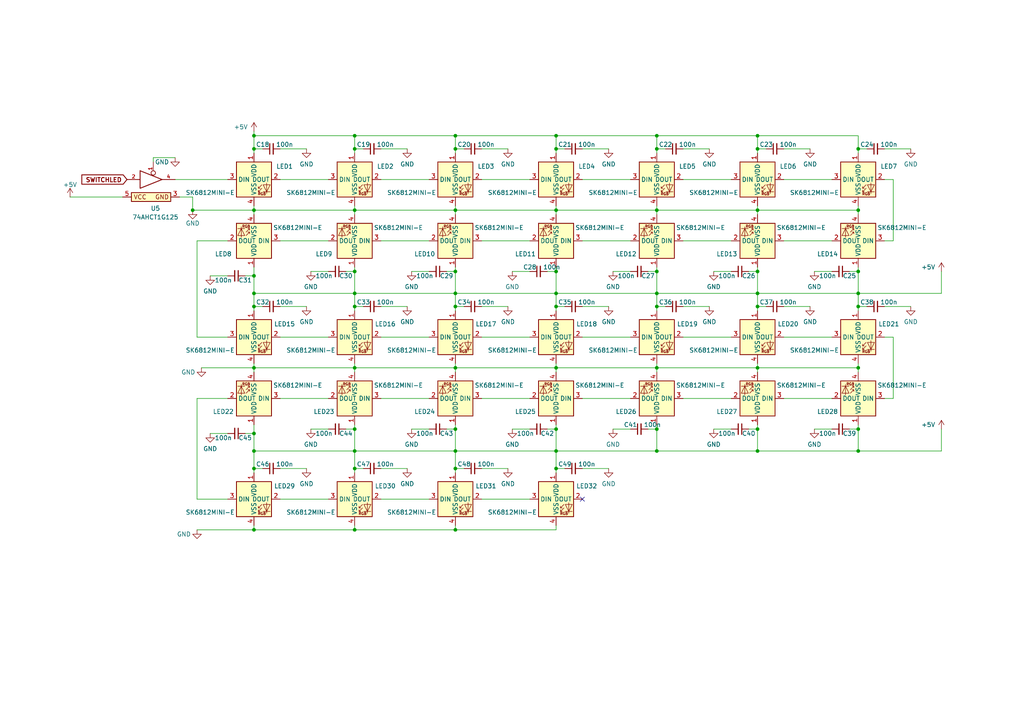
<source format=kicad_sch>
(kicad_sch (version 20211123) (generator eeschema)
  (paper "A4")
  (lib_symbols
    (symbol "74xGxx:74AHCT1G125" (pin_names (offset 1.016))
      (property "Reference" "U5" (at -0.635 -7.1104 0))
      (property "Value" "74AHCT1G125" (at -0.635 -9.6473 0))
      (symbol "74AHCT1G125_0_0"
        (text "GND" (at 1.27 -3.81 0) (effects (font (size 1.27 1.27))))
        (text "VCC" (at -5.08 -3.81 0) (effects (font (size 1.27 1.27))))
      )
      (symbol "74AHCT1G125_0_1"
        (rectangle (start -7.62 -2.54) (end 3.81 -5.08) (stroke (width 0.254)) (fill (type background)))
        (polyline (pts (xy -5.08 3.81) (xy -5.08 -1.27) (xy 1.27 1.27) (xy -5.08 3.81)) (stroke (width 0.254)))
      )
      (symbol "74AHCT1G125_1_1"
        (pin input inverted (at -1.27 6.35 270) (length 3.81) (name "~") (number "1"))
        (pin input line (at -8.89 1.27 0) (length 3.81) (name "~") (number "2"))
        (pin output line (at 6.35 -3.81 180) (length 2.54) (name "") (number "3"))
        (pin power_in line (at 0 0 270) (length 0) hide (name "GND") (number "3"))
        (pin tri_state line (at 5.08 1.27 180) (length 3.81) (name "~") (number "4"))
        (pin input line (at -10.16 -3.81 0) (length 2.54) (name "") (number "5"))
        (pin power_in line (at 0 2.54 90) (length 0) hide (name "VCC") (number "5"))
      )
    )
    (symbol "Device:C_Small" (pin_numbers hide) (pin_names (offset 0.254) hide)
      (property "Reference" "C" (at 0.254 1.778 0))
      (property "Value" "C_Small" (at 0.254 -2.032 0))
      (symbol "C_Small_0_1"
        (polyline (pts (xy -1.524 -0.508) (xy 1.524 -0.508)) (stroke (width 0.3302)))
        (polyline (pts (xy -1.524 0.508) (xy 1.524 0.508)) (stroke (width 0.3048)))
      )
      (symbol "C_Small_1_1"
        (pin passive line (at 0 2.54 270) (length 2.032) (name "~") (number "1"))
        (pin passive line (at 0 -2.54 90) (length 2.032) (name "~") (number "2"))
      )
    )
    (symbol "marbastlib-various:SK6812MINI-E"
      (property "Reference" "LED" (at 2.54 -6.35 0))
      (property "Value" "SK6812MINI-E" (at 7.62 6.35 0))
      (symbol "SK6812MINI-E_0_0"
        (text "RGB" (at 2.286 -4.191 0) (effects (font (size 0.762 0.762))))
      )
      (symbol "SK6812MINI-E_0_1"
        (polyline (pts (xy 1.27 -3.556) (xy 1.778 -3.556)))
        (polyline (pts (xy 1.27 -2.54) (xy 1.778 -2.54)))
        (polyline (pts (xy 4.699 -3.556) (xy 2.667 -3.556)))
        (polyline (pts (xy 2.286 -2.54) (xy 1.27 -3.556) (xy 1.27 -3.048)))
        (polyline (pts (xy 2.286 -1.524) (xy 1.27 -2.54) (xy 1.27 -2.032)))
        (polyline (pts (xy 3.683 -1.016) (xy 3.683 -3.556) (xy 3.683 -4.064)))
        (polyline (pts (xy 4.699 -1.524) (xy 2.667 -1.524) (xy 3.683 -3.556) (xy 4.699 -1.524)))
        (rectangle (start 5.08 5.08) (end -5.08 -5.08) (stroke (width 0.254)) (fill (type background)))
      )
      (symbol "SK6812MINI-E_1_1"
        (pin power_in line (at 0 7.62 270) (length 2.54) (name "VDD") (number "1"))
        (pin output line (at 7.62 0 180) (length 2.54) (name "DOUT") (number "2"))
        (pin input line (at -7.62 0 0) (length 2.54) (name "DIN") (number "3"))
        (pin power_in line (at 0 -7.62 90) (length 2.54) (name "VSS") (number "4"))
      )
    )
    (symbol "power:+5V" (power) (pin_names (offset 0))
      (property "Value" "+5V" (at 0 3.556 0))
      (symbol "+5V_0_1"
        (polyline (pts (xy -0.762 1.27) (xy 0 2.54)))
        (polyline (pts (xy 0 0) (xy 0 2.54)))
        (polyline (pts (xy 0 2.54) (xy 0.762 1.27)))
      )
      (symbol "+5V_1_1"
        (pin power_in line (at 0 0 90) (length 0) hide (name "+5V") (number "1"))
      )
    )
    (symbol "power:GND" (power) (pin_names (offset 0))
      (property "Value" "GND" (at 0 -3.81 0))
      (symbol "GND_0_1"
        (polyline (pts (xy 0 0) (xy 0 -1.27) (xy 1.27 -1.27) (xy 0 -2.54) (xy -1.27 -1.27) (xy 0 -1.27)))
      )
      (symbol "GND_1_1"
        (pin power_in line (at 0 0 270) (length 0) hide (name "GND") (number "1"))
      )
    )
  )
  (junction (at 102.87 124.46))
  (junction (at 161.29 106.68))
  (junction (at 102.87 153.67))
  (junction (at 219.71 78.74))
  (junction (at 219.71 39.37))
  (junction (at 102.87 39.37))
  (junction (at 248.92 130.81))
  (junction (at 73.66 88.9))
  (junction (at 190.5 124.46))
  (junction (at 132.08 60.96))
  (junction (at 161.29 124.46))
  (junction (at 102.87 60.96))
  (junction (at 248.92 78.74))
  (junction (at 73.66 39.37))
  (junction (at 73.66 106.68))
  (junction (at 190.5 78.74))
  (junction (at 132.08 130.81))
  (junction (at 73.66 60.96))
  (junction (at 190.5 106.68))
  (junction (at 132.08 78.74))
  (junction (at 73.66 80.01))
  (junction (at 190.5 43.18))
  (junction (at 73.66 153.67))
  (junction (at 161.29 130.81))
  (junction (at 132.08 39.37))
  (junction (at 161.29 88.9))
  (junction (at 161.29 43.18))
  (junction (at 102.87 43.18))
  (junction (at 190.5 60.96))
  (junction (at 248.92 88.9))
  (junction (at 219.71 130.81))
  (junction (at 248.92 106.68))
  (junction (at 132.08 153.67))
  (junction (at 132.08 135.89))
  (junction (at 73.66 125.73))
  (junction (at 248.92 124.46))
  (junction (at 73.66 85.09))
  (junction (at 132.08 85.09))
  (junction (at 161.29 78.74))
  (junction (at 102.87 78.74))
  (junction (at 55.88 60.96))
  (junction (at 190.5 39.37))
  (junction (at 190.5 85.09))
  (junction (at 102.87 130.81))
  (junction (at 73.66 130.81))
  (junction (at 161.29 39.37))
  (junction (at 102.87 106.68))
  (junction (at 219.71 106.68))
  (junction (at 73.66 43.18))
  (junction (at 132.08 106.68))
  (junction (at 248.92 60.96))
  (junction (at 102.87 85.09))
  (junction (at 219.71 88.9))
  (junction (at 248.92 85.09))
  (junction (at 161.29 60.96))
  (junction (at 219.71 43.18))
  (junction (at 102.87 135.89))
  (junction (at 73.66 135.89))
  (junction (at 219.71 124.46))
  (junction (at 132.08 88.9))
  (junction (at 190.5 88.9))
  (junction (at 190.5 130.81))
  (junction (at 248.92 43.18))
  (junction (at 219.71 60.96))
  (junction (at 161.29 85.09))
  (junction (at 132.08 124.46))
  (junction (at 219.71 85.09))
  (junction (at 161.29 135.89))
  (junction (at 132.08 43.18))
  (junction (at 102.87 88.9))
  (no_connect (at 168.91 144.78))
  (wire (pts (xy 248.92 78.74) (xy 246.38 78.74)))
  (wire (pts (xy 161.29 78.74) (xy 161.29 77.47)))
  (wire (pts (xy 73.66 125.73) (xy 73.66 123.19)))
  (wire (pts (xy 110.49 88.9) (xy 118.11 88.9)))
  (wire (pts (xy 119.38 124.46) (xy 124.46 124.46)))
  (wire (pts (xy 57.15 153.67) (xy 73.66 153.67)))
  (wire (pts (xy 177.8 124.46) (xy 182.88 124.46)))
  (wire (pts (xy 102.87 124.46) (xy 102.87 130.81)))
  (wire (pts (xy 219.71 78.74) (xy 219.71 77.47)))
  (wire (pts (xy 132.08 130.81) (xy 132.08 135.89)))
  (wire (pts (xy 248.92 106.68) (xy 248.92 107.95)))
  (wire (pts (xy 102.87 39.37) (xy 132.08 39.37)))
  (wire (pts (xy 132.08 85.09) (xy 132.08 88.9)))
  (wire (pts (xy 236.22 124.46) (xy 241.3 124.46)))
  (wire (pts (xy 139.7 144.78) (xy 153.67 144.78)))
  (wire (pts (xy 73.66 88.9) (xy 73.66 90.17)))
  (wire (pts (xy 60.96 125.73) (xy 66.04 125.73)))
  (wire (pts (xy 73.66 43.18) (xy 73.66 44.45)))
  (wire (pts (xy 190.5 124.46) (xy 187.96 124.46)))
  (wire (pts (xy 102.87 60.96) (xy 132.08 60.96)))
  (wire (pts (xy 44.45 45.72) (xy 44.45 46.99)))
  (wire (pts (xy 132.08 88.9) (xy 132.08 90.17)))
  (wire (pts (xy 219.71 124.46) (xy 219.71 123.19)))
  (wire (pts (xy 102.87 135.89) (xy 105.41 135.89)))
  (wire (pts (xy 102.87 43.18) (xy 102.87 44.45)))
  (wire (pts (xy 20.32 57.15) (xy 35.56 57.15)))
  (wire (pts (xy 132.08 153.67) (xy 161.29 153.67)))
  (wire (pts (xy 132.08 78.74) (xy 132.08 85.09)))
  (wire (pts (xy 190.5 130.81) (xy 161.29 130.81)))
  (wire (pts (xy 102.87 88.9) (xy 102.87 90.17)))
  (wire (pts (xy 161.29 106.68) (xy 161.29 105.41)))
  (wire (pts (xy 73.66 153.67) (xy 102.87 153.67)))
  (wire (pts (xy 161.29 130.81) (xy 161.29 135.89)))
  (wire (pts (xy 57.15 69.85) (xy 57.15 97.79)))
  (wire (pts (xy 132.08 135.89) (xy 132.08 137.16)))
  (wire (pts (xy 219.71 85.09) (xy 190.5 85.09)))
  (wire (pts (xy 190.5 78.74) (xy 187.96 78.74)))
  (wire (pts (xy 219.71 124.46) (xy 219.71 130.81)))
  (wire (pts (xy 219.71 88.9) (xy 219.71 90.17)))
  (wire (pts (xy 132.08 43.18) (xy 134.62 43.18)))
  (wire (pts (xy 161.29 39.37) (xy 161.29 43.18)))
  (wire (pts (xy 161.29 78.74) (xy 161.29 85.09)))
  (wire (pts (xy 60.96 80.01) (xy 66.04 80.01)))
  (wire (pts (xy 102.87 130.81) (xy 102.87 135.89)))
  (wire (pts (xy 73.66 80.01) (xy 73.66 85.09)))
  (wire (pts (xy 161.29 85.09) (xy 161.29 88.9)))
  (wire (pts (xy 248.92 43.18) (xy 248.92 44.45)))
  (wire (pts (xy 248.92 60.96) (xy 248.92 59.69)))
  (wire (pts (xy 90.17 78.74) (xy 95.25 78.74)))
  (wire (pts (xy 227.33 97.79) (xy 241.3 97.79)))
  (wire (pts (xy 132.08 43.18) (xy 132.08 44.45)))
  (wire (pts (xy 161.29 88.9) (xy 163.83 88.9)))
  (wire (pts (xy 73.66 105.41) (xy 73.66 106.68)))
  (wire (pts (xy 102.87 124.46) (xy 100.33 124.46)))
  (wire (pts (xy 132.08 135.89) (xy 134.62 135.89)))
  (wire (pts (xy 161.29 85.09) (xy 132.08 85.09)))
  (wire (pts (xy 168.91 52.07) (xy 182.88 52.07)))
  (wire (pts (xy 132.08 60.96) (xy 132.08 62.23)))
  (wire (pts (xy 190.5 39.37) (xy 190.5 43.18)))
  (wire (pts (xy 119.38 78.74) (xy 124.46 78.74)))
  (wire (pts (xy 73.66 80.01) (xy 73.66 77.47)))
  (wire (pts (xy 207.01 124.46) (xy 212.09 124.46)))
  (wire (pts (xy 190.5 106.68) (xy 219.71 106.68)))
  (wire (pts (xy 168.91 97.79) (xy 182.88 97.79)))
  (wire (pts (xy 161.29 106.68) (xy 161.29 107.95)))
  (wire (pts (xy 102.87 60.96) (xy 102.87 59.69)))
  (wire (pts (xy 81.28 52.07) (xy 95.25 52.07)))
  (wire (pts (xy 102.87 130.81) (xy 73.66 130.81)))
  (wire (pts (xy 248.92 78.74) (xy 248.92 77.47)))
  (wire (pts (xy 139.7 88.9) (xy 147.32 88.9)))
  (wire (pts (xy 161.29 43.18) (xy 163.83 43.18)))
  (wire (pts (xy 161.29 60.96) (xy 161.29 62.23)))
  (wire (pts (xy 248.92 60.96) (xy 248.92 62.23)))
  (wire (pts (xy 256.54 88.9) (xy 264.16 88.9)))
  (wire (pts (xy 161.29 124.46) (xy 158.75 124.46)))
  (wire (pts (xy 161.29 124.46) (xy 161.29 123.19)))
  (wire (pts (xy 139.7 135.89) (xy 147.32 135.89)))
  (wire (pts (xy 110.49 135.89) (xy 118.11 135.89)))
  (wire (pts (xy 256.54 97.79) (xy 259.08 97.79)))
  (wire (pts (xy 190.5 78.74) (xy 190.5 85.09)))
  (wire (pts (xy 90.17 124.46) (xy 95.25 124.46)))
  (wire (pts (xy 66.04 69.85) (xy 57.15 69.85)))
  (wire (pts (xy 168.91 69.85) (xy 182.88 69.85)))
  (wire (pts (xy 58.42 106.68) (xy 73.66 106.68)))
  (wire (pts (xy 168.91 43.18) (xy 176.53 43.18)))
  (wire (pts (xy 102.87 78.74) (xy 102.87 85.09)))
  (wire (pts (xy 81.28 43.18) (xy 88.9 43.18)))
  (wire (pts (xy 177.8 78.74) (xy 182.88 78.74)))
  (wire (pts (xy 102.87 106.68) (xy 102.87 107.95)))
  (wire (pts (xy 161.29 135.89) (xy 161.29 137.16)))
  (wire (pts (xy 248.92 124.46) (xy 246.38 124.46)))
  (wire (pts (xy 73.66 39.37) (xy 73.66 43.18)))
  (wire (pts (xy 132.08 60.96) (xy 161.29 60.96)))
  (wire (pts (xy 227.33 115.57) (xy 241.3 115.57)))
  (wire (pts (xy 256.54 43.18) (xy 264.16 43.18)))
  (wire (pts (xy 132.08 78.74) (xy 129.54 78.74)))
  (wire (pts (xy 132.08 124.46) (xy 132.08 130.81)))
  (wire (pts (xy 50.8 52.07) (xy 66.04 52.07)))
  (wire (pts (xy 110.49 144.78) (xy 124.46 144.78)))
  (wire (pts (xy 248.92 124.46) (xy 248.92 130.81)))
  (wire (pts (xy 256.54 52.07) (xy 259.08 52.07)))
  (wire (pts (xy 219.71 124.46) (xy 217.17 124.46)))
  (wire (pts (xy 273.05 130.81) (xy 248.92 130.81)))
  (wire (pts (xy 102.87 153.67) (xy 132.08 153.67)))
  (wire (pts (xy 55.88 57.15) (xy 55.88 60.96)))
  (wire (pts (xy 73.66 106.68) (xy 102.87 106.68)))
  (wire (pts (xy 227.33 43.18) (xy 234.95 43.18)))
  (wire (pts (xy 73.66 60.96) (xy 102.87 60.96)))
  (wire (pts (xy 161.29 130.81) (xy 132.08 130.81)))
  (wire (pts (xy 161.29 60.96) (xy 161.29 59.69)))
  (wire (pts (xy 248.92 78.74) (xy 248.92 85.09)))
  (wire (pts (xy 66.04 115.57) (xy 57.15 115.57)))
  (wire (pts (xy 139.7 115.57) (xy 153.67 115.57)))
  (wire (pts (xy 168.91 115.57) (xy 182.88 115.57)))
  (wire (pts (xy 81.28 88.9) (xy 88.9 88.9)))
  (wire (pts (xy 132.08 124.46) (xy 129.54 124.46)))
  (wire (pts (xy 161.29 153.67) (xy 161.29 152.4)))
  (wire (pts (xy 219.71 43.18) (xy 219.71 44.45)))
  (wire (pts (xy 190.5 39.37) (xy 219.71 39.37)))
  (wire (pts (xy 132.08 130.81) (xy 102.87 130.81)))
  (wire (pts (xy 161.29 106.68) (xy 190.5 106.68)))
  (wire (pts (xy 219.71 106.68) (xy 248.92 106.68)))
  (wire (pts (xy 219.71 88.9) (xy 222.25 88.9)))
  (wire (pts (xy 190.5 60.96) (xy 190.5 59.69)))
  (wire (pts (xy 73.66 135.89) (xy 73.66 137.16)))
  (wire (pts (xy 110.49 69.85) (xy 124.46 69.85)))
  (wire (pts (xy 148.59 124.46) (xy 153.67 124.46)))
  (wire (pts (xy 148.59 78.74) (xy 153.67 78.74)))
  (wire (pts (xy 73.66 39.37) (xy 102.87 39.37)))
  (wire (pts (xy 248.92 43.18) (xy 251.46 43.18)))
  (wire (pts (xy 50.8 45.72) (xy 44.45 45.72)))
  (wire (pts (xy 198.12 115.57) (xy 212.09 115.57)))
  (wire (pts (xy 190.5 124.46) (xy 190.5 123.19)))
  (wire (pts (xy 81.28 97.79) (xy 95.25 97.79)))
  (wire (pts (xy 110.49 97.79) (xy 124.46 97.79)))
  (wire (pts (xy 227.33 52.07) (xy 241.3 52.07)))
  (wire (pts (xy 236.22 78.74) (xy 241.3 78.74)))
  (wire (pts (xy 219.71 106.68) (xy 219.71 105.41)))
  (wire (pts (xy 110.49 52.07) (xy 124.46 52.07)))
  (wire (pts (xy 132.08 39.37) (xy 161.29 39.37)))
  (wire (pts (xy 102.87 153.67) (xy 102.87 152.4)))
  (wire (pts (xy 81.28 115.57) (xy 95.25 115.57)))
  (wire (pts (xy 248.92 39.37) (xy 248.92 43.18)))
  (wire (pts (xy 73.66 130.81) (xy 73.66 135.89)))
  (wire (pts (xy 248.92 124.46) (xy 248.92 123.19)))
  (wire (pts (xy 190.5 43.18) (xy 190.5 44.45)))
  (wire (pts (xy 161.29 60.96) (xy 190.5 60.96)))
  (wire (pts (xy 219.71 106.68) (xy 219.71 107.95)))
  (wire (pts (xy 132.08 39.37) (xy 132.08 43.18)))
  (wire (pts (xy 102.87 135.89) (xy 102.87 137.16)))
  (wire (pts (xy 73.66 106.68) (xy 73.66 107.95)))
  (wire (pts (xy 55.88 57.15) (xy 52.07 57.15)))
  (wire (pts (xy 81.28 144.78) (xy 95.25 144.78)))
  (wire (pts (xy 81.28 135.89) (xy 88.9 135.89)))
  (wire (pts (xy 102.87 124.46) (xy 102.87 123.19)))
  (wire (pts (xy 139.7 43.18) (xy 147.32 43.18)))
  (wire (pts (xy 110.49 43.18) (xy 118.11 43.18)))
  (wire (pts (xy 198.12 88.9) (xy 205.74 88.9)))
  (wire (pts (xy 273.05 85.09) (xy 248.92 85.09)))
  (wire (pts (xy 102.87 106.68) (xy 102.87 105.41)))
  (wire (pts (xy 102.87 43.18) (xy 105.41 43.18)))
  (wire (pts (xy 259.08 97.79) (xy 259.08 115.57)))
  (wire (pts (xy 219.71 60.96) (xy 248.92 60.96)))
  (wire (pts (xy 110.49 115.57) (xy 124.46 115.57)))
  (wire (pts (xy 273.05 78.74) (xy 273.05 85.09)))
  (wire (pts (xy 168.91 135.89) (xy 176.53 135.89)))
  (wire (pts (xy 102.87 39.37) (xy 102.87 43.18)))
  (wire (pts (xy 132.08 106.68) (xy 132.08 107.95)))
  (wire (pts (xy 227.33 69.85) (xy 241.3 69.85)))
  (wire (pts (xy 73.66 125.73) (xy 73.66 130.81)))
  (wire (pts (xy 198.12 69.85) (xy 212.09 69.85)))
  (wire (pts (xy 219.71 130.81) (xy 190.5 130.81)))
  (wire (pts (xy 248.92 88.9) (xy 251.46 88.9)))
  (wire (pts (xy 73.66 80.01) (xy 71.12 80.01)))
  (wire (pts (xy 190.5 88.9) (xy 193.04 88.9)))
  (wire (pts (xy 161.29 78.74) (xy 158.75 78.74)))
  (wire (pts (xy 102.87 78.74) (xy 102.87 77.47)))
  (wire (pts (xy 198.12 97.79) (xy 212.09 97.79)))
  (wire (pts (xy 219.71 39.37) (xy 248.92 39.37)))
  (wire (pts (xy 259.08 115.57) (xy 256.54 115.57)))
  (wire (pts (xy 55.88 60.96) (xy 73.66 60.96)))
  (wire (pts (xy 73.66 135.89) (xy 76.2 135.89)))
  (wire (pts (xy 139.7 97.79) (xy 153.67 97.79)))
  (wire (pts (xy 190.5 60.96) (xy 190.5 62.23)))
  (wire (pts (xy 248.92 130.81) (xy 219.71 130.81)))
  (wire (pts (xy 227.33 88.9) (xy 234.95 88.9)))
  (wire (pts (xy 102.87 85.09) (xy 102.87 88.9)))
  (wire (pts (xy 102.87 85.09) (xy 73.66 85.09)))
  (wire (pts (xy 57.15 97.79) (xy 66.04 97.79)))
  (wire (pts (xy 132.08 60.96) (xy 132.08 59.69)))
  (wire (pts (xy 57.15 144.78) (xy 66.04 144.78)))
  (wire (pts (xy 57.15 115.57) (xy 57.15 144.78)))
  (wire (pts (xy 161.29 43.18) (xy 161.29 44.45)))
  (wire (pts (xy 102.87 88.9) (xy 105.41 88.9)))
  (wire (pts (xy 190.5 85.09) (xy 190.5 88.9)))
  (wire (pts (xy 248.92 85.09) (xy 248.92 88.9)))
  (wire (pts (xy 190.5 106.68) (xy 190.5 105.41)))
  (wire (pts (xy 81.28 69.85) (xy 95.25 69.85)))
  (wire (pts (xy 73.66 59.69) (xy 73.66 60.96)))
  (wire (pts (xy 219.71 43.18) (xy 222.25 43.18)))
  (wire (pts (xy 190.5 124.46) (xy 190.5 130.81)))
  (wire (pts (xy 219.71 78.74) (xy 219.71 85.09)))
  (wire (pts (xy 161.29 124.46) (xy 161.29 130.81)))
  (wire (pts (xy 73.66 60.96) (xy 73.66 62.23)))
  (wire (pts (xy 259.08 52.07) (xy 259.08 69.85)))
  (wire (pts (xy 132.08 78.74) (xy 132.08 77.47)))
  (wire (pts (xy 190.5 106.68) (xy 190.5 107.95)))
  (wire (pts (xy 259.08 69.85) (xy 256.54 69.85)))
  (wire (pts (xy 190.5 78.74) (xy 190.5 77.47)))
  (wire (pts (xy 219.71 78.74) (xy 217.17 78.74)))
  (wire (pts (xy 161.29 88.9) (xy 161.29 90.17)))
  (wire (pts (xy 73.66 85.09) (xy 73.66 88.9)))
  (wire (pts (xy 207.01 78.74) (xy 212.09 78.74)))
  (wire (pts (xy 273.05 124.46) (xy 273.05 130.81)))
  (wire (pts (xy 73.66 38.1) (xy 73.66 39.37)))
  (wire (pts (xy 190.5 60.96) (xy 219.71 60.96)))
  (wire (pts (xy 132.08 124.46) (xy 132.08 123.19)))
  (wire (pts (xy 219.71 60.96) (xy 219.71 62.23)))
  (wire (pts (xy 198.12 52.07) (xy 212.09 52.07)))
  (wire (pts (xy 139.7 69.85) (xy 153.67 69.85)))
  (wire (pts (xy 102.87 60.96) (xy 102.87 62.23)))
  (wire (pts (xy 132.08 106.68) (xy 161.29 106.68)))
  (wire (pts (xy 73.66 43.18) (xy 76.2 43.18)))
  (wire (pts (xy 219.71 39.37) (xy 219.71 43.18)))
  (wire (pts (xy 102.87 78.74) (xy 100.33 78.74)))
  (wire (pts (xy 102.87 106.68) (xy 132.08 106.68)))
  (wire (pts (xy 132.08 153.67) (xy 132.08 152.4)))
  (wire (pts (xy 248.92 85.09) (xy 219.71 85.09)))
  (wire (pts (xy 73.66 152.4) (xy 73.66 153.67)))
  (wire (pts (xy 132.08 106.68) (xy 132.08 105.41)))
  (wire (pts (xy 73.66 88.9) (xy 76.2 88.9)))
  (wire (pts (xy 73.66 125.73) (xy 71.12 125.73)))
  (wire (pts (xy 161.29 39.37) (xy 190.5 39.37)))
  (wire (pts (xy 190.5 85.09) (xy 161.29 85.09)))
  (wire (pts (xy 139.7 52.07) (xy 153.67 52.07)))
  (wire (pts (xy 219.71 60.96) (xy 219.71 59.69)))
  (wire (pts (xy 132.08 85.09) (xy 102.87 85.09)))
  (wire (pts (xy 198.12 43.18) (xy 205.74 43.18)))
  (wire (pts (xy 190.5 88.9) (xy 190.5 90.17)))
  (wire (pts (xy 248.92 106.68) (xy 248.92 105.41)))
  (wire (pts (xy 168.91 88.9) (xy 176.53 88.9)))
  (wire (pts (xy 190.5 43.18) (xy 193.04 43.18)))
  (wire (pts (xy 248.92 88.9) (xy 248.92 90.17)))
  (wire (pts (xy 132.08 88.9) (xy 134.62 88.9)))
  (wire (pts (xy 161.29 135.89) (xy 163.83 135.89)))
  (wire (pts (xy 219.71 85.09) (xy 219.71 88.9)))
  (global_label "SWITCHLED" (shape input) (at 36.83 52.07 180) (effects (font bold)) (property "Intersheet References" "${INTERSHEET_REFS}" (effects hide)))
  (symbol (lib_id "Device:C_Small") (at 97.79 124.46 270) (unit 1)
    (property "Reference" "C44" (at 100.33 125.73 90))
    (property "Value" "100n" (at 93.98 125.73 90))
    (property "Footprint" "Capacitor_SMD:C_0402_1005Metric" (effects hide))
  )
  (symbol (lib_id "Device:C_Small") (at 185.42 124.46 90) (unit 1)
    (property "Reference" "C41" (at 182.88 123.19 90))
    (property "Value" "100n" (at 189.23 123.19 90))
    (property "Footprint" "Capacitor_SMD:C_0402_1005Metric" (effects hide))
  )
  (symbol (lib_id "marbastlib-various:SK6812MINI-E") (at 73.66 69.85 180) (unit 1)
    (property "Reference" "LED8" (at 64.77 73.66 0))
    (property "Value" "SK6812MINI-E" (at 86.36 66.04 0))
    (property "Footprint" "marbastlib-various:LED_WS2812_2020" (effects hide))
  )
  (symbol (lib_id "Device:C_Small") (at 68.58 80.01 270) (unit 1)
    (property "Reference" "C31" (at 71.12 81.28 90))
    (property "Value" "100n" (at 64.77 81.28 90))
    (property "Footprint" "Capacitor_SMD:C_0402_1005Metric" (effects hide))
  )
  (symbol (lib_id "Device:C_Small") (at 156.21 78.74 90) (unit 1)
    (property "Reference" "C28" (at 153.67 77.47 90))
    (property "Value" "100n" (at 160.02 77.47 90))
    (property "Footprint" "Capacitor_SMD:C_0402_1005Metric" (effects hide))
  )
  (symbol (lib_id "power:GND") (at 60.96 125.73 0) (unit 1)
    (property "Reference" "#PWR059" (effects hide))
    (property "Value" "GND" (at 60.96 130.1734 0))
  )
  (symbol (lib_id "marbastlib-various:SK6812MINI-E") (at 132.08 97.79 0) (unit 1)
    (property "Reference" "LED17" (at 140.97 93.98 0))
    (property "Value" "SK6812MINI-E" (at 119.38 101.6 0))
    (property "Footprint" "marbastlib-various:LED_6028R" (effects hide))
  )
  (symbol (lib_id "marbastlib-various:SK6812MINI-E") (at 132.08 144.78 0) (unit 1)
    (property "Reference" "LED31" (at 140.97 140.97 0))
    (property "Value" "SK6812MINI-E" (at 119.38 148.59 0))
    (property "Footprint" "marbastlib-various:LED_WS2812_2020" (effects hide))
  )
  (symbol (lib_id "Device:C_Small") (at 195.58 88.9 90) (unit 1)
    (property "Reference" "C36" (at 193.04 87.63 90))
    (property "Value" "100n" (at 199.39 87.63 90))
    (property "Footprint" "Capacitor_SMD:C_0402_1005Metric" (effects hide))
  )
  (symbol (lib_id "Device:C_Small") (at 254 43.18 90) (unit 1)
    (property "Reference" "C24" (at 251.46 41.91 90))
    (property "Value" "100n" (at 257.81 41.91 90))
    (property "Footprint" "Capacitor_SMD:C_0402_1005Metric" (effects hide))
  )
  (symbol (lib_id "power:GND") (at 236.22 124.46 0) (unit 1)
    (property "Reference" "#PWR057" (effects hide))
    (property "Value" "GND" (at 236.22 128.9034 0))
  )
  (symbol (lib_id "Device:C_Small") (at 78.74 135.89 90) (unit 1)
    (property "Reference" "C46" (at 76.2 134.62 90))
    (property "Value" "100n" (at 82.55 134.62 90))
    (property "Footprint" "Capacitor_SMD:C_0402_1005Metric" (effects hide))
  )
  (symbol (lib_id "marbastlib-various:SK6812MINI-E") (at 190.5 52.07 0) (unit 1)
    (property "Reference" "LED5" (at 199.39 48.26 0))
    (property "Value" "SK6812MINI-E" (at 177.8 55.88 0))
    (property "Footprint" "marbastlib-various:LED_6028R" (effects hide))
  )
  (symbol (lib_id "power:GND") (at 205.74 43.18 0) (unit 1)
    (property "Reference" "#PWR030" (effects hide))
    (property "Value" "GND" (at 205.74 47.6234 0))
  )
  (symbol (lib_id "marbastlib-various:SK6812MINI-E") (at 161.29 144.78 0) (unit 1)
    (property "Reference" "LED32" (at 170.18 140.97 0))
    (property "Value" "SK6812MINI-E" (at 148.59 148.59 0))
    (property "Footprint" "marbastlib-various:LED_WS2812_2020" (effects hide))
  )
  (symbol (lib_id "power:GND") (at 147.32 135.89 0) (unit 1)
    (property "Reference" "#PWR062" (effects hide))
    (property "Value" "GND" (at 147.32 140.3334 0))
  )
  (symbol (lib_id "power:GND") (at 207.01 124.46 0) (unit 1)
    (property "Reference" "#PWR056" (effects hide))
    (property "Value" "GND" (at 207.01 128.9034 0))
  )
  (symbol (lib_id "power:+5V") (at 73.66 38.1 0) (unit 1)
    (property "Reference" "#PWR025" (effects hide))
    (property "Value" "+5V" (at 69.85 36.83 0))
  )
  (symbol (lib_id "Device:C_Small") (at 68.58 125.73 270) (unit 1)
    (property "Reference" "C45" (at 71.12 127 90))
    (property "Value" "100n" (at 64.77 127 90))
    (property "Footprint" "Capacitor_SMD:C_0402_1005Metric" (effects hide))
  )
  (symbol (lib_id "power:GND") (at 50.8 45.72 0) (unit 1)
    (property "Reference" "#PWR033" (effects hide))
    (property "Value" "GND" (at 46.99 46.99 0))
  )
  (symbol (lib_id "power:GND") (at 177.8 124.46 0) (unit 1)
    (property "Reference" "#PWR055" (effects hide))
    (property "Value" "GND" (at 177.8 128.9034 0))
  )
  (symbol (lib_id "Device:C_Small") (at 166.37 43.18 90) (unit 1)
    (property "Reference" "C21" (at 163.83 41.91 90))
    (property "Value" "100n" (at 170.18 41.91 90))
    (property "Footprint" "Capacitor_SMD:C_0402_1005Metric" (effects hide))
  )
  (symbol (lib_id "power:GND") (at 118.11 43.18 0) (unit 1)
    (property "Reference" "#PWR027" (effects hide))
    (property "Value" "GND" (at 118.11 47.6234 0))
  )
  (symbol (lib_id "marbastlib-various:SK6812MINI-E") (at 161.29 115.57 180) (unit 1)
    (property "Reference" "LED25" (at 152.4 119.38 0))
    (property "Value" "SK6812MINI-E" (at 173.99 111.76 0))
    (property "Footprint" "marbastlib-various:LED_WS2812_2020" (effects hide))
  )
  (symbol (lib_id "marbastlib-various:SK6812MINI-E") (at 102.87 97.79 0) (unit 1)
    (property "Reference" "LED16" (at 111.76 93.98 0))
    (property "Value" "SK6812MINI-E" (at 90.17 101.6 0))
    (property "Footprint" "marbastlib-various:LED_WS2812_2020" (effects hide))
  )
  (symbol (lib_id "Device:C_Small") (at 78.74 43.18 90) (unit 1)
    (property "Reference" "C18" (at 76.2 41.91 90))
    (property "Value" "100n" (at 82.55 41.91 90))
    (property "Footprint" "Capacitor_SMD:C_0402_1005Metric" (effects hide))
  )
  (symbol (lib_id "Device:C_Small") (at 224.79 88.9 90) (unit 1)
    (property "Reference" "C37" (at 222.25 87.63 90))
    (property "Value" "100n" (at 228.6 87.63 90))
    (property "Footprint" "Capacitor_SMD:C_0402_1005Metric" (effects hide))
  )
  (symbol (lib_id "marbastlib-various:SK6812MINI-E") (at 161.29 97.79 0) (unit 1)
    (property "Reference" "LED18" (at 170.18 93.98 0))
    (property "Value" "SK6812MINI-E" (at 148.59 101.6 0))
    (property "Footprint" "marbastlib-various:LED_6028R" (effects hide))
  )
  (symbol (lib_id "Device:C_Small") (at 156.21 124.46 270) (unit 1)
    (property "Reference" "C42" (at 158.75 125.73 90))
    (property "Value" "100n" (at 152.4 125.73 90))
    (property "Footprint" "Capacitor_SMD:C_0402_1005Metric" (effects hide))
  )
  (symbol (lib_id "power:GND") (at 88.9 135.89 0) (unit 1)
    (property "Reference" "#PWR060" (effects hide))
    (property "Value" "GND" (at 88.9 140.3334 0))
  )
  (symbol (lib_id "74xGxx:74AHCT1G125") (at 45.72 53.34 0) (unit 1)
    (property "Reference" "U5" (at 45.085 60.4504 0))
    (property "Value" "74AHCT1G125" (at 45.085 62.9873 0))
    (property "Footprint" "Package_TO_SOT_SMD:SOT-23-5" (effects hide))
    (property "Datasheet" "http://www.ti.com/lit/sg/scyt129e/scyt129e.pdf" (effects hide))
  )
  (symbol (lib_id "marbastlib-various:SK6812MINI-E") (at 248.92 97.79 0) (unit 1)
    (property "Reference" "LED21" (at 257.81 93.98 0))
    (property "Value" "SK6812MINI-E" (at 236.22 101.6 0))
    (property "Footprint" "marbastlib-various:LED_WS2812_2020" (effects hide))
  )
  (symbol (lib_id "marbastlib-various:SK6812MINI-E") (at 132.08 115.57 180) (unit 1)
    (property "Reference" "LED24" (at 123.19 119.38 0))
    (property "Value" "SK6812MINI-E" (at 144.78 111.76 0))
    (property "Footprint" "marbastlib-various:LED_WS2812_2020" (effects hide))
  )
  (symbol (lib_id "Device:C_Small") (at 214.63 78.74 270) (unit 1)
    (property "Reference" "C26" (at 217.17 80.01 90))
    (property "Value" "100n" (at 210.82 80.01 90))
    (property "Footprint" "Capacitor_SMD:C_0402_1005Metric" (effects hide))
  )
  (symbol (lib_id "Device:C_Small") (at 195.58 43.18 90) (unit 1)
    (property "Reference" "C22" (at 193.04 41.91 90))
    (property "Value" "100n" (at 199.39 41.91 90))
    (property "Footprint" "Capacitor_SMD:C_0402_1005Metric" (effects hide))
  )
  (symbol (lib_id "Device:C_Small") (at 107.95 135.89 90) (unit 1)
    (property "Reference" "C47" (at 105.41 134.62 90))
    (property "Value" "100n" (at 111.76 134.62 90))
    (property "Footprint" "Capacitor_SMD:C_0402_1005Metric" (effects hide))
  )
  (symbol (lib_id "marbastlib-various:SK6812MINI-E") (at 132.08 52.07 0) (unit 1)
    (property "Reference" "LED3" (at 140.97 48.26 0))
    (property "Value" "SK6812MINI-E" (at 119.38 55.88 0))
    (property "Footprint" "marbastlib-various:LED_6028R" (effects hide))
  )
  (symbol (lib_id "marbastlib-various:SK6812MINI-E") (at 73.66 115.57 180) (unit 1)
    (property "Reference" "LED22" (at 64.77 119.38 0))
    (property "Value" "SK6812MINI-E" (at 86.36 111.76 0))
    (property "Footprint" "marbastlib-various:LED_WS2812_2020" (effects hide))
  )
  (symbol (lib_id "marbastlib-various:SK6812MINI-E") (at 190.5 97.79 0) (unit 1)
    (property "Reference" "LED19" (at 199.39 93.98 0))
    (property "Value" "SK6812MINI-E" (at 177.8 101.6 0))
    (property "Footprint" "marbastlib-various:LED_6028R" (effects hide))
  )
  (symbol (lib_id "Device:C_Small") (at 224.79 43.18 90) (unit 1)
    (property "Reference" "C23" (at 222.25 41.91 90))
    (property "Value" "100n" (at 228.6 41.91 90))
    (property "Footprint" "Capacitor_SMD:C_0402_1005Metric" (effects hide))
  )
  (symbol (lib_id "power:GND") (at 176.53 135.89 0) (unit 1)
    (property "Reference" "#PWR063" (effects hide))
    (property "Value" "GND" (at 176.53 140.3334 0))
  )
  (symbol (lib_id "Device:C_Small") (at 254 88.9 90) (unit 1)
    (property "Reference" "C38" (at 251.46 87.63 90))
    (property "Value" "100n" (at 257.81 87.63 90))
    (property "Footprint" "Capacitor_SMD:C_0402_1005Metric" (effects hide))
  )
  (symbol (lib_id "power:GND") (at 176.53 88.9 0) (unit 1)
    (property "Reference" "#PWR047" (effects hide))
    (property "Value" "GND" (at 176.53 93.3434 0))
  )
  (symbol (lib_id "Device:C_Small") (at 137.16 135.89 90) (unit 1)
    (property "Reference" "C48" (at 134.62 134.62 90))
    (property "Value" "100n" (at 140.97 134.62 90))
    (property "Footprint" "Capacitor_SMD:C_0402_1005Metric" (effects hide))
  )
  (symbol (lib_id "power:GND") (at 148.59 78.74 0) (unit 1)
    (property "Reference" "#PWR038" (effects hide))
    (property "Value" "GND" (at 148.59 83.1834 0))
  )
  (symbol (lib_id "power:+5V") (at 273.05 124.46 0) (unit 1)
    (property "Reference" "#PWR058" (effects hide))
    (property "Value" "+5V" (at 269.24 123.19 0))
  )
  (symbol (lib_id "Device:C_Small") (at 166.37 88.9 90) (unit 1)
    (property "Reference" "C35" (at 163.83 87.63 90))
    (property "Value" "100n" (at 170.18 87.63 90))
    (property "Footprint" "Capacitor_SMD:C_0402_1005Metric" (effects hide))
  )
  (symbol (lib_id "marbastlib-various:SK6812MINI-E") (at 190.5 69.85 180) (unit 1)
    (property "Reference" "LED12" (at 181.61 73.66 0))
    (property "Value" "SK6812MINI-E" (at 203.2 66.04 0))
    (property "Footprint" "marbastlib-various:LED_WS2812_2020" (effects hide))
  )
  (symbol (lib_id "power:GND") (at 119.38 124.46 0) (unit 1)
    (property "Reference" "#PWR053" (effects hide))
    (property "Value" "GND" (at 119.38 128.9034 0))
  )
  (symbol (lib_id "power:GND") (at 177.8 78.74 0) (unit 1)
    (property "Reference" "#PWR039" (effects hide))
    (property "Value" "GND" (at 177.8 83.1834 0))
  )
  (symbol (lib_id "marbastlib-various:SK6812MINI-E") (at 73.66 97.79 0) (unit 1)
    (property "Reference" "LED15" (at 82.55 93.98 0))
    (property "Value" "SK6812MINI-E" (at 60.96 101.6 0))
    (property "Footprint" "marbastlib-various:LED_WS2812_2020" (effects hide))
  )
  (symbol (lib_id "power:GND") (at 118.11 88.9 0) (unit 1)
    (property "Reference" "#PWR045" (effects hide))
    (property "Value" "GND" (at 118.11 93.3434 0))
  )
  (symbol (lib_id "power:GND") (at 60.96 80.01 0) (unit 1)
    (property "Reference" "#PWR043" (effects hide))
    (property "Value" "GND" (at 60.96 84.4534 0))
  )
  (symbol (lib_id "Device:C_Small") (at 137.16 43.18 90) (unit 1)
    (property "Reference" "C20" (at 134.62 41.91 90))
    (property "Value" "100n" (at 140.97 41.91 90))
    (property "Footprint" "Capacitor_SMD:C_0402_1005Metric" (effects hide))
  )
  (symbol (lib_id "marbastlib-various:SK6812MINI-E") (at 219.71 115.57 180) (unit 1)
    (property "Reference" "LED27" (at 210.82 119.38 0))
    (property "Value" "SK6812MINI-E" (at 232.41 111.76 0))
    (property "Footprint" "marbastlib-various:LED_WS2812_2020" (effects hide))
  )
  (symbol (lib_id "marbastlib-various:SK6812MINI-E") (at 248.92 115.57 180) (unit 1)
    (property "Reference" "LED28" (at 240.03 119.38 0))
    (property "Value" "SK6812MINI-E" (at 261.62 111.76 0))
    (property "Footprint" "marbastlib-various:LED_WS2812_2020" (effects hide))
  )
  (symbol (lib_id "marbastlib-various:SK6812MINI-E") (at 219.71 69.85 180) (unit 1)
    (property "Reference" "LED13" (at 210.82 73.66 0))
    (property "Value" "SK6812MINI-E" (at 232.41 66.04 0))
    (property "Footprint" "marbastlib-various:LED_WS2812_2020" (effects hide))
  )
  (symbol (lib_id "power:GND") (at 234.95 88.9 0) (unit 1)
    (property "Reference" "#PWR049" (effects hide))
    (property "Value" "GND" (at 234.95 93.3434 0))
  )
  (symbol (lib_id "power:GND") (at 90.17 78.74 0) (unit 1)
    (property "Reference" "#PWR036" (effects hide))
    (property "Value" "GND" (at 90.17 83.1834 0))
  )
  (symbol (lib_id "power:GND") (at 147.32 88.9 0) (unit 1)
    (property "Reference" "#PWR046" (effects hide))
    (property "Value" "GND" (at 147.32 93.3434 0))
  )
  (symbol (lib_id "marbastlib-various:SK6812MINI-E") (at 190.5 115.57 180) (unit 1)
    (property "Reference" "LED26" (at 181.61 119.38 0))
    (property "Value" "SK6812MINI-E" (at 203.2 111.76 0))
    (property "Footprint" "marbastlib-various:LED_WS2812_2020" (effects hide))
  )
  (symbol (lib_id "marbastlib-various:SK6812MINI-E") (at 102.87 115.57 180) (unit 1)
    (property "Reference" "LED23" (at 93.98 119.38 0))
    (property "Value" "SK6812MINI-E" (at 115.57 111.76 0))
    (property "Footprint" "marbastlib-various:LED_WS2812_2020" (effects hide))
  )
  (symbol (lib_id "power:GND") (at 236.22 78.74 0) (unit 1)
    (property "Reference" "#PWR041" (effects hide))
    (property "Value" "GND" (at 236.22 83.1834 0))
  )
  (symbol (lib_id "power:GND") (at 119.38 78.74 0) (unit 1)
    (property "Reference" "#PWR037" (effects hide))
    (property "Value" "GND" (at 119.38 83.1834 0))
  )
  (symbol (lib_id "power:GND") (at 234.95 43.18 0) (unit 1)
    (property "Reference" "#PWR031" (effects hide))
    (property "Value" "GND" (at 234.95 47.6234 0))
  )
  (symbol (lib_id "Device:C_Small") (at 107.95 43.18 90) (unit 1)
    (property "Reference" "C19" (at 105.41 41.91 90))
    (property "Value" "100n" (at 111.76 41.91 90))
    (property "Footprint" "Capacitor_SMD:C_0402_1005Metric" (effects hide))
  )
  (symbol (lib_id "Device:C_Small") (at 243.84 78.74 270) (unit 1)
    (property "Reference" "C25" (at 246.38 80.01 90))
    (property "Value" "100n" (at 240.03 80.01 90))
    (property "Footprint" "Capacitor_SMD:C_0402_1005Metric" (effects hide))
  )
  (symbol (lib_id "power:GND") (at 176.53 43.18 0) (unit 1)
    (property "Reference" "#PWR029" (effects hide))
    (property "Value" "GND" (at 176.53 47.6234 0))
  )
  (symbol (lib_id "marbastlib-various:SK6812MINI-E") (at 102.87 144.78 0) (unit 1)
    (property "Reference" "LED30" (at 111.76 140.97 0))
    (property "Value" "SK6812MINI-E" (at 90.17 148.59 0))
    (property "Footprint" "marbastlib-various:LED_WS2812_2020" (effects hide))
  )
  (symbol (lib_id "Device:C_Small") (at 243.84 124.46 270) (unit 1)
    (property "Reference" "C39" (at 246.38 125.73 90))
    (property "Value" "100n" (at 240.03 125.73 90))
    (property "Footprint" "Capacitor_SMD:C_0402_1005Metric" (effects hide))
  )
  (symbol (lib_id "power:+5V") (at 20.32 57.15 0) (unit 1)
    (property "Reference" "#PWR034" (effects hide))
    (property "Value" "+5V" (at 20.32 53.5742 0))
  )
  (symbol (lib_id "marbastlib-various:SK6812MINI-E") (at 219.71 52.07 0) (unit 1)
    (property "Reference" "LED6" (at 228.6 48.26 0))
    (property "Value" "SK6812MINI-E" (at 207.01 55.88 0))
    (property "Footprint" "marbastlib-various:LED_WS2812_2020" (effects hide))
  )
  (symbol (lib_id "power:GND") (at 90.17 124.46 0) (unit 1)
    (property "Reference" "#PWR052" (effects hide))
    (property "Value" "GND" (at 90.17 128.9034 0))
  )
  (symbol (lib_id "marbastlib-various:SK6812MINI-E") (at 161.29 52.07 0) (unit 1)
    (property "Reference" "LED4" (at 170.18 48.26 0))
    (property "Value" "SK6812MINI-E" (at 148.59 55.88 0))
    (property "Footprint" "marbastlib-various:LED_6028R" (effects hide))
  )
  (symbol (lib_id "power:GND") (at 88.9 88.9 0) (unit 1)
    (property "Reference" "#PWR044" (effects hide))
    (property "Value" "GND" (at 88.9 93.3434 0))
  )
  (symbol (lib_id "marbastlib-various:SK6812MINI-E") (at 102.87 69.85 180) (unit 1)
    (property "Reference" "LED9" (at 93.98 73.66 0))
    (property "Value" "SK6812MINI-E" (at 115.57 66.04 0))
    (property "Footprint" "marbastlib-various:LED_WS2812_2020" (effects hide))
  )
  (symbol (lib_id "power:GND") (at 57.15 153.67 0) (unit 1)
    (property "Reference" "#PWR064" (effects hide))
    (property "Value" "GND" (at 53.34 154.94 0))
  )
  (symbol (lib_id "Device:C_Small") (at 78.74 88.9 90) (unit 1)
    (property "Reference" "C32" (at 76.2 87.63 90))
    (property "Value" "100n" (at 82.55 87.63 90))
    (property "Footprint" "Capacitor_SMD:C_0402_1005Metric" (effects hide))
  )
  (symbol (lib_id "power:GND") (at 264.16 88.9 0) (unit 1)
    (property "Reference" "#PWR050" (effects hide))
    (property "Value" "GND" (at 264.16 93.3434 0))
  )
  (symbol (lib_id "Device:C_Small") (at 166.37 135.89 90) (unit 1)
    (property "Reference" "C49" (at 163.83 134.62 90))
    (property "Value" "100n" (at 170.18 134.62 90))
    (property "Footprint" "Capacitor_SMD:C_0402_1005Metric" (effects hide))
  )
  (symbol (lib_id "power:GND") (at 207.01 78.74 0) (unit 1)
    (property "Reference" "#PWR040" (effects hide))
    (property "Value" "GND" (at 207.01 83.1834 0))
  )
  (symbol (lib_id "Device:C_Small") (at 107.95 88.9 90) (unit 1)
    (property "Reference" "C33" (at 105.41 87.63 90))
    (property "Value" "100n" (at 111.76 87.63 90))
    (property "Footprint" "Capacitor_SMD:C_0402_1005Metric" (effects hide))
  )
  (symbol (lib_id "Device:C_Small") (at 214.63 124.46 270) (unit 1)
    (property "Reference" "C40" (at 217.17 125.73 90))
    (property "Value" "100n" (at 210.82 125.73 90))
    (property "Footprint" "Capacitor_SMD:C_0402_1005Metric" (effects hide))
  )
  (symbol (lib_id "power:GND") (at 58.42 106.68 0) (unit 1)
    (property "Reference" "#PWR051" (effects hide))
    (property "Value" "GND" (at 54.61 107.95 0))
  )
  (symbol (lib_id "power:GND") (at 264.16 43.18 0) (unit 1)
    (property "Reference" "#PWR032" (effects hide))
    (property "Value" "GND" (at 264.16 47.6234 0))
  )
  (symbol (lib_id "Device:C_Small") (at 127 124.46 270) (unit 1)
    (property "Reference" "C43" (at 129.54 125.73 90))
    (property "Value" "100n" (at 123.19 125.73 90))
    (property "Footprint" "Capacitor_SMD:C_0402_1005Metric" (effects hide))
  )
  (symbol (lib_id "power:GND") (at 55.88 60.96 0) (unit 1)
    (property "Reference" "#PWR035" (effects hide))
    (property "Value" "GND" (at 55.88 64.77 0))
  )
  (symbol (lib_id "power:GND") (at 148.59 124.46 0) (unit 1)
    (property "Reference" "#PWR054" (effects hide))
    (property "Value" "GND" (at 148.59 128.9034 0))
  )
  (symbol (lib_id "power:GND") (at 118.11 135.89 0) (unit 1)
    (property "Reference" "#PWR061" (effects hide))
    (property "Value" "GND" (at 118.11 140.3334 0))
  )
  (symbol (lib_id "Device:C_Small") (at 127 78.74 270) (unit 1)
    (property "Reference" "C29" (at 129.54 80.01 90))
    (property "Value" "100n" (at 123.19 80.01 90))
    (property "Footprint" "Capacitor_SMD:C_0402_1005Metric" (effects hide))
  )
  (symbol (lib_id "marbastlib-various:SK6812MINI-E") (at 248.92 69.85 180) (unit 1)
    (property "Reference" "LED14" (at 240.03 73.66 0))
    (property "Value" "SK6812MINI-E" (at 261.62 66.04 0))
    (property "Footprint" "marbastlib-various:LED_WS2812_2020" (effects hide))
  )
  (symbol (lib_id "Device:C_Small") (at 185.42 78.74 270) (unit 1)
    (property "Reference" "C27" (at 187.96 80.01 90))
    (property "Value" "100n" (at 181.61 80.01 90))
    (property "Footprint" "Capacitor_SMD:C_0402_1005Metric" (effects hide))
  )
  (symbol (lib_id "marbastlib-various:SK6812MINI-E") (at 132.08 69.85 180) (unit 1)
    (property "Reference" "LED10" (at 123.19 73.66 0))
    (property "Value" "SK6812MINI-E" (at 144.78 66.04 0))
    (property "Footprint" "marbastlib-various:LED_WS2812_2020" (effects hide))
  )
  (symbol (lib_id "marbastlib-various:SK6812MINI-E") (at 102.87 52.07 0) (unit 1)
    (property "Reference" "LED2" (at 111.76 48.26 0))
    (property "Value" "SK6812MINI-E" (at 90.17 55.88 0))
    (property "Footprint" "marbastlib-various:LED_6028R" (effects hide))
  )
  (symbol (lib_id "marbastlib-various:SK6812MINI-E") (at 248.92 52.07 0) (unit 1)
    (property "Reference" "LED7" (at 257.81 48.26 0))
    (property "Value" "SK6812MINI-E" (at 236.22 55.88 0))
    (property "Footprint" "marbastlib-various:LED_WS2812_2020" (effects hide))
  )
  (symbol (lib_id "marbastlib-various:SK6812MINI-E") (at 73.66 52.07 0) (unit 1)
    (property "Reference" "LED1" (at 82.55 48.26 0))
    (property "Value" "SK6812MINI-E" (at 60.96 55.88 0))
    (property "Footprint" "marbastlib-various:LED_6028R" (effects hide))
  )
  (symbol (lib_id "power:GND") (at 147.32 43.18 0) (unit 1)
    (property "Reference" "#PWR028" (effects hide))
    (property "Value" "GND" (at 147.32 47.6234 0))
  )
  (symbol (lib_id "marbastlib-various:SK6812MINI-E") (at 73.66 144.78 0) (unit 1)
    (property "Reference" "LED29" (at 82.55 140.97 0))
    (property "Value" "SK6812MINI-E" (at 60.96 148.59 0))
    (property "Footprint" "marbastlib-various:LED_WS2812_2020" (effects hide))
  )
  (symbol (lib_id "Device:C_Small") (at 137.16 88.9 90) (unit 1)
    (property "Reference" "C34" (at 134.62 87.63 90))
    (property "Value" "100n" (at 140.97 87.63 90))
    (property "Footprint" "Capacitor_SMD:C_0402_1005Metric" (effects hide))
  )
  (symbol (lib_id "power:GND") (at 88.9 43.18 0) (unit 1)
    (property "Reference" "#PWR026" (effects hide))
    (property "Value" "GND" (at 88.9 47.6234 0))
  )
  (symbol (lib_id "Device:C_Small") (at 97.79 78.74 270) (unit 1)
    (property "Reference" "C30" (at 100.33 80.01 90))
    (property "Value" "100n" (at 93.98 80.01 90))
    (property "Footprint" "Capacitor_SMD:C_0402_1005Metric" (effects hide))
  )
  (symbol (lib_id "marbastlib-various:SK6812MINI-E") (at 161.29 69.85 180) (unit 1)
    (property "Reference" "LED11" (at 152.4 73.66 0))
    (property "Value" "SK6812MINI-E" (at 173.99 66.04 0))
    (property "Footprint" "marbastlib-various:LED_WS2812_2020" (effects hide))
  )
  (symbol (lib_id "power:+5V") (at 273.05 78.74 0) (unit 1)
    (property "Reference" "#PWR042" (effects hide))
    (property "Value" "+5V" (at 269.24 77.47 0))
  )
  (symbol (lib_id "marbastlib-various:SK6812MINI-E") (at 219.71 97.79 0) (unit 1)
    (property "Reference" "LED20" (at 228.6 93.98 0))
    (property "Value" "SK6812MINI-E" (at 207.01 101.6 0))
    (property "Footprint" "marbastlib-various:LED_WS2812_2020" (effects hide))
  )
  (symbol (lib_id "power:GND") (at 205.74 88.9 0) (unit 1)
    (property "Reference" "#PWR048" (effects hide))
    (property "Value" "GND" (at 205.74 93.3434 0))
  )
)
</source>
